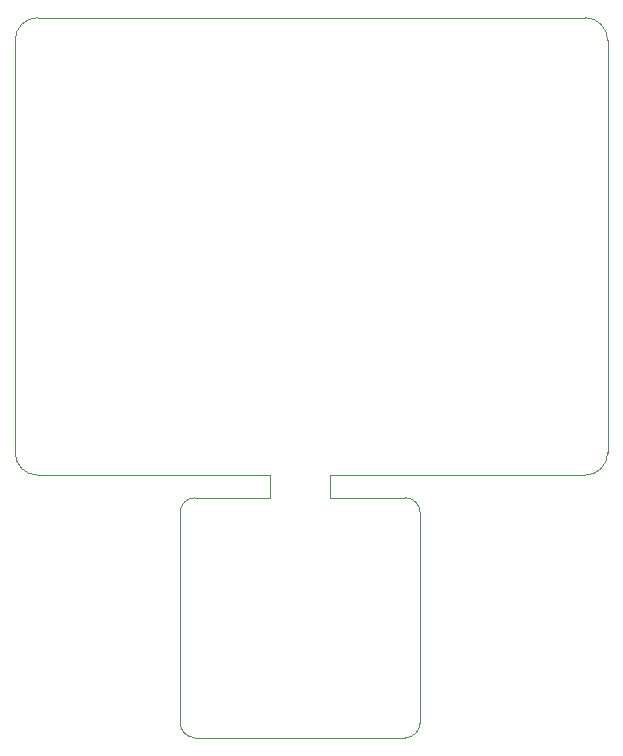
<source format=gbr>
G04 #@! TF.GenerationSoftware,KiCad,Pcbnew,(5.1.6-0-10_14)*
G04 #@! TF.CreationDate,2020-08-10T19:17:23+02:00*
G04 #@! TF.ProjectId,red-lama,7265642d-6c61-46d6-912e-6b696361645f,rev?*
G04 #@! TF.SameCoordinates,Original*
G04 #@! TF.FileFunction,Profile,NP*
%FSLAX46Y46*%
G04 Gerber Fmt 4.6, Leading zero omitted, Abs format (unit mm)*
G04 Created by KiCad (PCBNEW (5.1.6-0-10_14)) date 2020-08-10 19:17:23*
%MOMM*%
%LPD*%
G01*
G04 APERTURE LIST*
G04 #@! TA.AperFunction,Profile*
%ADD10C,0.050000*%
G04 #@! TD*
G04 APERTURE END LIST*
D10*
X179070000Y-125730000D02*
X179070000Y-90805000D01*
X200660000Y-127635000D02*
X180975000Y-127635000D01*
X200660000Y-129540000D02*
X200660000Y-127635000D01*
X194310000Y-129540000D02*
X200660000Y-129540000D01*
X193040000Y-148590000D02*
X193040000Y-130810000D01*
X212090000Y-149860000D02*
X194310000Y-149860000D01*
X213360000Y-130810000D02*
X213360000Y-148590000D01*
X205740000Y-129540000D02*
X212090000Y-129540000D01*
X205740000Y-127635000D02*
X205740000Y-129540000D01*
X227330000Y-127635000D02*
X205740000Y-127635000D01*
X229235000Y-90805000D02*
X229235000Y-125730000D01*
X180975000Y-88900000D02*
X227330000Y-88900000D01*
X194310000Y-149860000D02*
G75*
G02*
X193040000Y-148590000I0J1270000D01*
G01*
X213360000Y-148590000D02*
G75*
G02*
X212090000Y-149860000I-1270000J0D01*
G01*
X193040000Y-130810000D02*
G75*
G02*
X194310000Y-129540000I1270000J0D01*
G01*
X212090000Y-129540000D02*
G75*
G02*
X213360000Y-130810000I0J-1270000D01*
G01*
X229235000Y-125730000D02*
G75*
G02*
X227330000Y-127635000I-1905000J0D01*
G01*
X180975000Y-127635000D02*
G75*
G02*
X179070000Y-125730000I0J1905000D01*
G01*
X179070000Y-90805000D02*
G75*
G02*
X180975000Y-88900000I1905000J0D01*
G01*
X227330000Y-88900000D02*
G75*
G02*
X229235000Y-90805000I0J-1905000D01*
G01*
M02*

</source>
